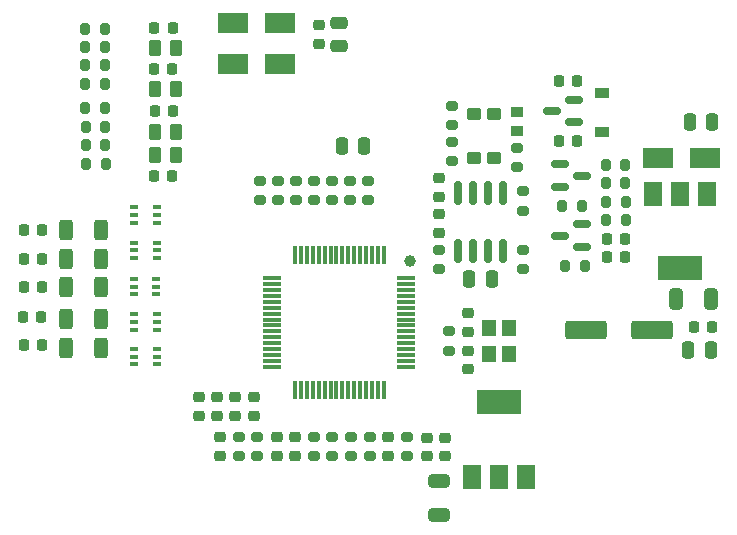
<source format=gbp>
G04 #@! TF.GenerationSoftware,KiCad,Pcbnew,(6.0.0)*
G04 #@! TF.CreationDate,2022-04-07T21:59:22+08:00*
G04 #@! TF.ProjectId,SX7H02050048,53583748-3032-4303-9530-3034382e6b69,rev?*
G04 #@! TF.SameCoordinates,PX59a5380PY6d321a0*
G04 #@! TF.FileFunction,Paste,Bot*
G04 #@! TF.FilePolarity,Positive*
%FSLAX46Y46*%
G04 Gerber Fmt 4.6, Leading zero omitted, Abs format (unit mm)*
G04 Created by KiCad (PCBNEW (6.0.0)) date 2022-04-07 21:59:22*
%MOMM*%
%LPD*%
G01*
G04 APERTURE LIST*
G04 Aperture macros list*
%AMRoundRect*
0 Rectangle with rounded corners*
0 $1 Rounding radius*
0 $2 $3 $4 $5 $6 $7 $8 $9 X,Y pos of 4 corners*
0 Add a 4 corners polygon primitive as box body*
4,1,4,$2,$3,$4,$5,$6,$7,$8,$9,$2,$3,0*
0 Add four circle primitives for the rounded corners*
1,1,$1+$1,$2,$3*
1,1,$1+$1,$4,$5*
1,1,$1+$1,$6,$7*
1,1,$1+$1,$8,$9*
0 Add four rect primitives between the rounded corners*
20,1,$1+$1,$2,$3,$4,$5,0*
20,1,$1+$1,$4,$5,$6,$7,0*
20,1,$1+$1,$6,$7,$8,$9,0*
20,1,$1+$1,$8,$9,$2,$3,0*%
G04 Aperture macros list end*
%ADD10RoundRect,0.250000X-0.250000X-0.475000X0.250000X-0.475000X0.250000X0.475000X-0.250000X0.475000X0*%
%ADD11RoundRect,0.200000X0.200000X0.275000X-0.200000X0.275000X-0.200000X-0.275000X0.200000X-0.275000X0*%
%ADD12RoundRect,0.200000X0.275000X-0.200000X0.275000X0.200000X-0.275000X0.200000X-0.275000X-0.200000X0*%
%ADD13RoundRect,0.225000X0.225000X0.250000X-0.225000X0.250000X-0.225000X-0.250000X0.225000X-0.250000X0*%
%ADD14RoundRect,0.225000X-0.225000X-0.250000X0.225000X-0.250000X0.225000X0.250000X-0.225000X0.250000X0*%
%ADD15RoundRect,0.200000X-0.275000X0.200000X-0.275000X-0.200000X0.275000X-0.200000X0.275000X0.200000X0*%
%ADD16RoundRect,0.200000X-0.200000X-0.275000X0.200000X-0.275000X0.200000X0.275000X-0.200000X0.275000X0*%
%ADD17RoundRect,0.250000X0.262500X0.450000X-0.262500X0.450000X-0.262500X-0.450000X0.262500X-0.450000X0*%
%ADD18RoundRect,0.225000X-0.250000X0.225000X-0.250000X-0.225000X0.250000X-0.225000X0.250000X0.225000X0*%
%ADD19R,2.500000X1.800000*%
%ADD20RoundRect,0.250000X-0.475000X0.250000X-0.475000X-0.250000X0.475000X-0.250000X0.475000X0.250000X0*%
%ADD21RoundRect,0.225000X0.250000X-0.225000X0.250000X0.225000X-0.250000X0.225000X-0.250000X-0.225000X0*%
%ADD22RoundRect,0.250000X-0.312500X-0.625000X0.312500X-0.625000X0.312500X0.625000X-0.312500X0.625000X0*%
%ADD23R,0.650000X0.400000*%
%ADD24R,1.200000X0.900000*%
%ADD25RoundRect,0.150000X0.150000X-0.825000X0.150000X0.825000X-0.150000X0.825000X-0.150000X-0.825000X0*%
%ADD26RoundRect,0.150000X0.587500X0.150000X-0.587500X0.150000X-0.587500X-0.150000X0.587500X-0.150000X0*%
%ADD27R,1.500000X2.000000*%
%ADD28R,3.800000X2.000000*%
%ADD29C,1.000000*%
%ADD30RoundRect,0.075000X0.700000X0.075000X-0.700000X0.075000X-0.700000X-0.075000X0.700000X-0.075000X0*%
%ADD31RoundRect,0.075000X0.075000X0.700000X-0.075000X0.700000X-0.075000X-0.700000X0.075000X-0.700000X0*%
%ADD32RoundRect,0.150000X-0.587500X-0.150000X0.587500X-0.150000X0.587500X0.150000X-0.587500X0.150000X0*%
%ADD33RoundRect,0.250000X0.250000X0.475000X-0.250000X0.475000X-0.250000X-0.475000X0.250000X-0.475000X0*%
%ADD34R,1.000000X0.900000*%
%ADD35RoundRect,0.250000X-0.650000X0.325000X-0.650000X-0.325000X0.650000X-0.325000X0.650000X0.325000X0*%
%ADD36RoundRect,0.250000X-0.325000X-0.650000X0.325000X-0.650000X0.325000X0.650000X-0.325000X0.650000X0*%
%ADD37R,1.200000X1.400000*%
%ADD38RoundRect,0.050000X0.525000X0.450000X-0.525000X0.450000X-0.525000X-0.450000X0.525000X-0.450000X0*%
%ADD39RoundRect,0.250000X1.500000X0.550000X-1.500000X0.550000X-1.500000X-0.550000X1.500000X-0.550000X0*%
G04 APERTURE END LIST*
D10*
G04 #@! TO.C,C148*
X41829000Y22425000D03*
X43729000Y22425000D03*
G04 #@! TD*
D11*
G04 #@! TO.C,R124*
X10965000Y36877600D03*
X9315000Y36877600D03*
G04 #@! TD*
D12*
G04 #@! TO.C,L105*
X33254000Y29093000D03*
X33254000Y30743000D03*
G04 #@! TD*
G04 #@! TO.C,R134*
X24110000Y29093000D03*
X24110000Y30743000D03*
G04 #@! TD*
D13*
G04 #@! TO.C,C144*
X50920000Y39189000D03*
X49370000Y39189000D03*
G04 #@! TD*
D14*
G04 #@! TO.C,C129*
X15181600Y36649000D03*
X16731600Y36649000D03*
G04 #@! TD*
D15*
G04 #@! TO.C,R154*
X46335000Y24901000D03*
X46335000Y23251000D03*
G04 #@! TD*
G04 #@! TO.C,R152*
X46335000Y29854000D03*
X46335000Y28204000D03*
G04 #@! TD*
D16*
G04 #@! TO.C,R102*
X49701000Y28648000D03*
X51351000Y28648000D03*
G04 #@! TD*
D13*
G04 #@! TO.C,C139*
X5663800Y26604300D03*
X4113800Y26604300D03*
G04 #@! TD*
D17*
G04 #@! TO.C,R132*
X17021500Y34871000D03*
X15196500Y34871000D03*
G04 #@! TD*
G04 #@! TO.C,R131*
X17021500Y41957600D03*
X15196500Y41957600D03*
G04 #@! TD*
D18*
G04 #@! TO.C,C138*
X34969900Y9028700D03*
X34969900Y7478700D03*
G04 #@! TD*
D19*
G04 #@! TO.C,D105*
X21813000Y44126000D03*
X25813000Y44126000D03*
G04 #@! TD*
D18*
G04 #@! TO.C,C124*
X18903000Y12405000D03*
X18903000Y10855000D03*
G04 #@! TD*
G04 #@! TO.C,C114*
X41712200Y19517000D03*
X41712200Y17967000D03*
G04 #@! TD*
D16*
G04 #@! TO.C,R127*
X9315000Y43634000D03*
X10965000Y43634000D03*
G04 #@! TD*
D20*
G04 #@! TO.C,C109*
X30813000Y44076000D03*
X30813000Y42176000D03*
G04 #@! TD*
D14*
G04 #@! TO.C,C145*
X49370000Y34109000D03*
X50920000Y34109000D03*
G04 #@! TD*
D16*
G04 #@! TO.C,R126*
X9378800Y32204000D03*
X11028800Y32204000D03*
G04 #@! TD*
D11*
G04 #@! TO.C,R103*
X55046400Y28958000D03*
X53396400Y28958000D03*
G04 #@! TD*
D12*
G04 #@! TO.C,R115*
X31730000Y29093000D03*
X31730000Y30743000D03*
G04 #@! TD*
D11*
G04 #@! TO.C,R106*
X55034000Y30553000D03*
X53384000Y30553000D03*
G04 #@! TD*
D21*
G04 #@! TO.C,C111*
X39731000Y7426000D03*
X39731000Y8976000D03*
G04 #@! TD*
D10*
G04 #@! TO.C,C132*
X31034000Y33728000D03*
X32934000Y33728000D03*
G04 #@! TD*
D18*
G04 #@! TO.C,C137*
X27039400Y9028700D03*
X27039400Y7478700D03*
G04 #@! TD*
D22*
G04 #@! TO.C,R147*
X7676300Y24104300D03*
X10601300Y24104300D03*
G04 #@! TD*
D15*
G04 #@! TO.C,R135*
X25634000Y30743000D03*
X25634000Y29093000D03*
G04 #@! TD*
G04 #@! TO.C,R114*
X30206000Y30743000D03*
X30206000Y29093000D03*
G04 #@! TD*
G04 #@! TO.C,R142*
X33383800Y9078700D03*
X33383800Y7428700D03*
G04 #@! TD*
D22*
G04 #@! TO.C,R144*
X7667100Y21764700D03*
X10592100Y21764700D03*
G04 #@! TD*
D23*
G04 #@! TO.C,Q106*
X13438800Y18146900D03*
X13438800Y18796900D03*
X13438800Y19446900D03*
X15338800Y19446900D03*
X15338800Y18796900D03*
X15338800Y18146900D03*
G04 #@! TD*
D14*
G04 #@! TO.C,C128*
X15156200Y43684800D03*
X16706200Y43684800D03*
G04 #@! TD*
D23*
G04 #@! TO.C,Q103*
X13438800Y27204300D03*
X13438800Y27854300D03*
X13438800Y28504300D03*
X15338800Y28504300D03*
X15338800Y27854300D03*
X15338800Y27204300D03*
G04 #@! TD*
D22*
G04 #@! TO.C,R146*
X7699900Y19076300D03*
X10624900Y19076300D03*
G04 #@! TD*
D24*
G04 #@! TO.C,D101*
X53066000Y34872000D03*
X53066000Y38172000D03*
G04 #@! TD*
D12*
G04 #@! TO.C,R151*
X45827000Y31887000D03*
X45827000Y33537000D03*
G04 #@! TD*
D21*
G04 #@! TO.C,C110*
X38207000Y7426000D03*
X38207000Y8976000D03*
G04 #@! TD*
D25*
G04 #@! TO.C,U104*
X44684000Y24776000D03*
X43414000Y24776000D03*
X42144000Y24776000D03*
X40874000Y24776000D03*
X40874000Y29726000D03*
X42144000Y29726000D03*
X43414000Y29726000D03*
X44684000Y29726000D03*
G04 #@! TD*
D15*
G04 #@! TO.C,R150*
X40366000Y34045000D03*
X40366000Y32395000D03*
G04 #@! TD*
D11*
G04 #@! TO.C,R105*
X55034000Y32077000D03*
X53384000Y32077000D03*
G04 #@! TD*
D13*
G04 #@! TO.C,C140*
X5654600Y21764700D03*
X4104600Y21764700D03*
G04 #@! TD*
D15*
G04 #@! TO.C,R141*
X28625500Y9078700D03*
X28625500Y7428700D03*
G04 #@! TD*
D26*
G04 #@! TO.C,D108*
X50701500Y37599000D03*
X50701500Y35699000D03*
X48826500Y36649000D03*
G04 #@! TD*
D14*
G04 #@! TO.C,C105*
X60800000Y18361000D03*
X62350000Y18361000D03*
G04 #@! TD*
D27*
G04 #@! TO.C,U101*
X46603000Y5686000D03*
D28*
X44303000Y11986000D03*
D27*
X44303000Y5686000D03*
X42003000Y5686000D03*
G04 #@! TD*
D29*
G04 #@! TO.C,U102*
X36784600Y23949000D03*
D30*
X36490600Y22492000D03*
X36490600Y21992000D03*
X36490600Y21492000D03*
X36490600Y20992000D03*
X36490600Y20492000D03*
X36490600Y19992000D03*
X36490600Y19492000D03*
X36490600Y18992000D03*
X36490600Y18492000D03*
X36490600Y17992000D03*
X36490600Y17492000D03*
X36490600Y16992000D03*
X36490600Y16492000D03*
X36490600Y15992000D03*
X36490600Y15492000D03*
X36490600Y14992000D03*
D31*
X34565600Y13067000D03*
X34065600Y13067000D03*
X33565600Y13067000D03*
X33065600Y13067000D03*
X32565600Y13067000D03*
X32065600Y13067000D03*
X31565600Y13067000D03*
X31065600Y13067000D03*
X30565600Y13067000D03*
X30065600Y13067000D03*
X29565600Y13067000D03*
X29065600Y13067000D03*
X28565600Y13067000D03*
X28065600Y13067000D03*
X27565600Y13067000D03*
X27065600Y13067000D03*
D30*
X25140600Y14992000D03*
X25140600Y15492000D03*
X25140600Y15992000D03*
X25140600Y16492000D03*
X25140600Y16992000D03*
X25140600Y17492000D03*
X25140600Y17992000D03*
X25140600Y18492000D03*
X25140600Y18992000D03*
X25140600Y19492000D03*
X25140600Y19992000D03*
X25140600Y20492000D03*
X25140600Y20992000D03*
X25140600Y21492000D03*
X25140600Y21992000D03*
X25140600Y22492000D03*
D31*
X27065600Y24417000D03*
X27565600Y24417000D03*
X28065600Y24417000D03*
X28565600Y24417000D03*
X29065600Y24417000D03*
X29565600Y24417000D03*
X30065600Y24417000D03*
X30565600Y24417000D03*
X31065600Y24417000D03*
X31565600Y24417000D03*
X32065600Y24417000D03*
X32565600Y24417000D03*
X33065600Y24417000D03*
X33565600Y24417000D03*
X34065600Y24417000D03*
X34565600Y24417000D03*
G04 #@! TD*
D26*
G04 #@! TO.C,D103*
X51336500Y27058000D03*
X51336500Y25158000D03*
X49461500Y26108000D03*
G04 #@! TD*
D23*
G04 #@! TO.C,Q107*
X13438800Y24204300D03*
X13438800Y24854300D03*
X13438800Y25504300D03*
X15338800Y25504300D03*
X15338800Y24854300D03*
X15338800Y24204300D03*
G04 #@! TD*
D16*
G04 #@! TO.C,R101*
X49955000Y23568000D03*
X51605000Y23568000D03*
G04 #@! TD*
D22*
G04 #@! TO.C,R145*
X7676300Y16604300D03*
X10601300Y16604300D03*
G04 #@! TD*
D23*
G04 #@! TO.C,Q104*
X13429600Y21129100D03*
X13429600Y21779100D03*
X13429600Y22429100D03*
X15329600Y22429100D03*
X15329600Y21779100D03*
X15329600Y21129100D03*
G04 #@! TD*
D32*
G04 #@! TO.C,Q101*
X49461500Y30238000D03*
X49461500Y32138000D03*
X51336500Y31188000D03*
G04 #@! TD*
D33*
G04 #@! TO.C,C101*
X62398000Y35760000D03*
X60498000Y35760000D03*
G04 #@! TD*
D14*
G04 #@! TO.C,C127*
X15130800Y31111800D03*
X16680800Y31111800D03*
G04 #@! TD*
D21*
G04 #@! TO.C,C146*
X39223000Y29397000D03*
X39223000Y30947000D03*
G04 #@! TD*
D16*
G04 #@! TO.C,R104*
X53396400Y27434000D03*
X55046400Y27434000D03*
G04 #@! TD*
D15*
G04 #@! TO.C,R136*
X28682000Y30743000D03*
X28682000Y29093000D03*
G04 #@! TD*
G04 #@! TO.C,R111*
X40137400Y17992200D03*
X40137400Y16342200D03*
G04 #@! TD*
D18*
G04 #@! TO.C,C106*
X20695000Y9028700D03*
X20695000Y7478700D03*
G04 #@! TD*
D15*
G04 #@! TO.C,R113*
X27158000Y30743000D03*
X27158000Y29093000D03*
G04 #@! TD*
G04 #@! TO.C,R137*
X30211600Y9078700D03*
X30211600Y7428700D03*
G04 #@! TD*
D17*
G04 #@! TO.C,R133*
X17021500Y38477800D03*
X15196500Y38477800D03*
G04 #@! TD*
D18*
G04 #@! TO.C,C125*
X21951000Y12405000D03*
X21951000Y10855000D03*
G04 #@! TD*
D34*
G04 #@! TO.C,R149*
X45827000Y36559998D03*
X45827000Y34959996D03*
G04 #@! TD*
D18*
G04 #@! TO.C,C126*
X20427000Y12405000D03*
X20427000Y10855000D03*
G04 #@! TD*
D15*
G04 #@! TO.C,R153*
X39223000Y24901000D03*
X39223000Y23251000D03*
G04 #@! TD*
G04 #@! TO.C,R107*
X23856000Y9078700D03*
X23856000Y7428700D03*
G04 #@! TD*
D11*
G04 #@! TO.C,R122*
X11003400Y33753400D03*
X9353400Y33753400D03*
G04 #@! TD*
D21*
G04 #@! TO.C,C147*
X39223000Y26349000D03*
X39223000Y27899000D03*
G04 #@! TD*
D19*
G04 #@! TO.C,D102*
X57797000Y32712000D03*
X61797000Y32712000D03*
G04 #@! TD*
D35*
G04 #@! TO.C,C108*
X39223000Y5358000D03*
X39223000Y2408000D03*
G04 #@! TD*
D13*
G04 #@! TO.C,C143*
X5663800Y24104300D03*
X4113800Y24104300D03*
G04 #@! TD*
G04 #@! TO.C,L101*
X54984000Y24330000D03*
X53434000Y24330000D03*
G04 #@! TD*
D14*
G04 #@! TO.C,C130*
X15130800Y40230400D03*
X16680800Y40230400D03*
G04 #@! TD*
D15*
G04 #@! TO.C,R139*
X31797700Y9078700D03*
X31797700Y7428700D03*
G04 #@! TD*
G04 #@! TO.C,R108*
X22281100Y9078700D03*
X22281100Y7428700D03*
G04 #@! TD*
D13*
G04 #@! TO.C,C141*
X5663800Y16854300D03*
X4113800Y16854300D03*
G04 #@! TD*
D10*
G04 #@! TO.C,C107*
X60371000Y16456000D03*
X62271000Y16456000D03*
G04 #@! TD*
D17*
G04 #@! TO.C,R130*
X17021500Y32889800D03*
X15196500Y32889800D03*
G04 #@! TD*
D14*
G04 #@! TO.C,C102*
X53446400Y25854000D03*
X54996400Y25854000D03*
G04 #@! TD*
D36*
G04 #@! TO.C,C103*
X59338000Y20774000D03*
X62288000Y20774000D03*
G04 #@! TD*
D15*
G04 #@! TO.C,R117*
X36556000Y9078700D03*
X36556000Y7428700D03*
G04 #@! TD*
D13*
G04 #@! TO.C,C142*
X5568600Y19177900D03*
X4018600Y19177900D03*
G04 #@! TD*
D37*
G04 #@! TO.C,Y101*
X45153000Y18318000D03*
X45153000Y16118000D03*
X43453000Y16118000D03*
X43453000Y18318000D03*
G04 #@! TD*
D15*
G04 #@! TO.C,R148*
X40366000Y37093000D03*
X40366000Y35443000D03*
G04 #@! TD*
D38*
G04 #@! TO.C,L104*
X43927100Y36356600D03*
X43927100Y32676600D03*
X42197100Y32676600D03*
X42197100Y36356600D03*
G04 #@! TD*
D18*
G04 #@! TO.C,C112*
X29063000Y43901000D03*
X29063000Y42351000D03*
G04 #@! TD*
D39*
G04 #@! TO.C,C104*
X57263000Y18107000D03*
X51663000Y18107000D03*
G04 #@! TD*
D21*
G04 #@! TO.C,L102*
X25507000Y7478700D03*
X25507000Y9028700D03*
G04 #@! TD*
D11*
G04 #@! TO.C,R125*
X10965000Y40535200D03*
X9315000Y40535200D03*
G04 #@! TD*
D21*
G04 #@! TO.C,C115*
X41712200Y14766600D03*
X41712200Y16316600D03*
G04 #@! TD*
D16*
G04 #@! TO.C,R128*
X9328000Y35328200D03*
X10978000Y35328200D03*
G04 #@! TD*
G04 #@! TO.C,R129*
X9315000Y38960400D03*
X10965000Y38960400D03*
G04 #@! TD*
D22*
G04 #@! TO.C,R143*
X7676300Y26604300D03*
X10601300Y26604300D03*
G04 #@! TD*
D27*
G04 #@! TO.C,Q102*
X57370000Y29639000D03*
X59670000Y29639000D03*
D28*
X59670000Y23339000D03*
D27*
X61970000Y29639000D03*
G04 #@! TD*
D18*
G04 #@! TO.C,C123*
X23602000Y12405000D03*
X23602000Y10855000D03*
G04 #@! TD*
D11*
G04 #@! TO.C,R123*
X10965000Y42084600D03*
X9315000Y42084600D03*
G04 #@! TD*
D19*
G04 #@! TO.C,D104*
X21813000Y40626000D03*
X25813000Y40626000D03*
G04 #@! TD*
D23*
G04 #@! TO.C,Q105*
X13438800Y15204300D03*
X13438800Y15854300D03*
X13438800Y16504300D03*
X15338800Y16504300D03*
X15338800Y15854300D03*
X15338800Y15204300D03*
G04 #@! TD*
M02*

</source>
